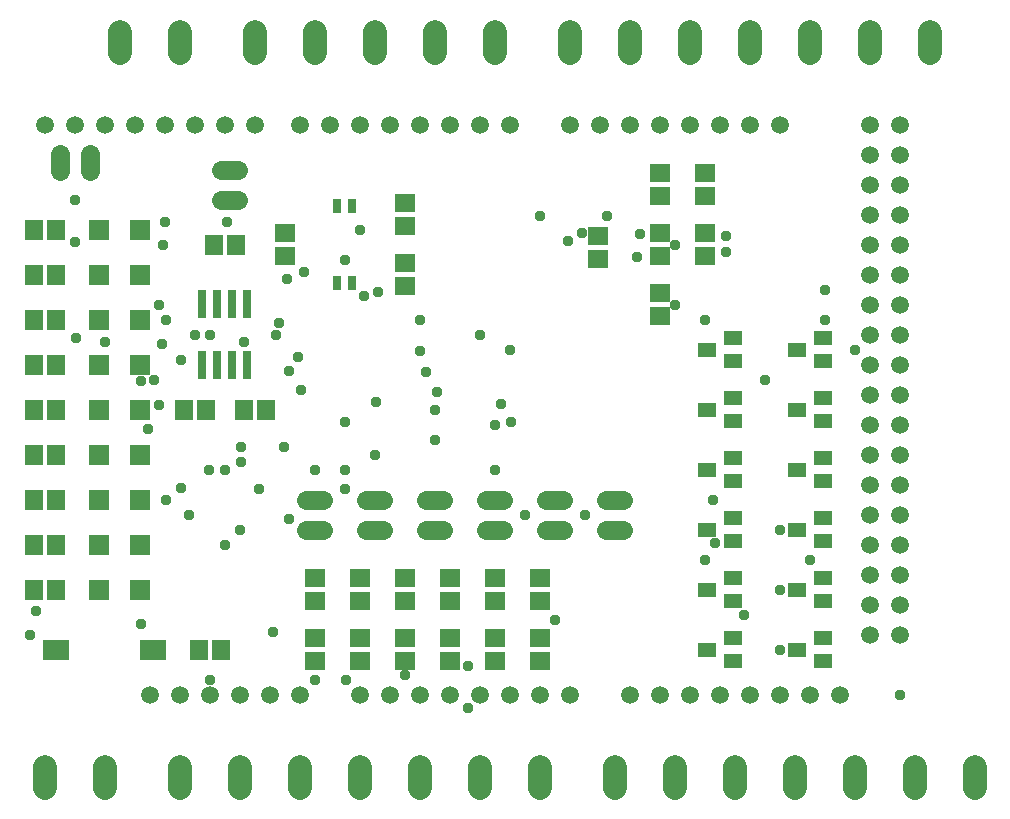
<source format=gbr>
G04 EAGLE Gerber RS-274X export*
G75*
%MOMM*%
%FSLAX34Y34*%
%LPD*%
%INSoldermask Top*%
%IPPOS*%
%AMOC8*
5,1,8,0,0,1.08239X$1,22.5*%
G01*
%ADD10R,1.503200X1.703200*%
%ADD11R,0.803200X2.403200*%
%ADD12R,1.703200X1.703200*%
%ADD13R,1.703200X1.503200*%
%ADD14C,1.511200*%
%ADD15C,1.993900*%
%ADD16R,0.703200X1.203200*%
%ADD17C,1.625600*%
%ADD18R,1.603200X1.203200*%
%ADD19R,2.203200X1.703200*%
%ADD20C,0.959600*%


D10*
X562000Y546100D03*
X581000Y546100D03*
D11*
X539750Y583600D03*
X539750Y635600D03*
X527050Y583600D03*
X552450Y583600D03*
X565150Y583600D03*
X527050Y635600D03*
X552450Y635600D03*
X565150Y635600D03*
D12*
X439700Y698500D03*
X474700Y698500D03*
X439700Y660400D03*
X474700Y660400D03*
X439700Y622300D03*
X474700Y622300D03*
X439700Y584200D03*
X474700Y584200D03*
X439700Y546100D03*
X474700Y546100D03*
X439700Y508000D03*
X474700Y508000D03*
X439700Y393700D03*
X474700Y393700D03*
D10*
X384200Y698500D03*
X403200Y698500D03*
D13*
X622300Y384200D03*
X622300Y403200D03*
X660400Y384200D03*
X660400Y403200D03*
X698500Y384200D03*
X698500Y403200D03*
X736600Y384200D03*
X736600Y403200D03*
X774700Y384200D03*
X774700Y403200D03*
X812800Y384200D03*
X812800Y403200D03*
X812800Y352400D03*
X812800Y333400D03*
X774700Y352400D03*
X774700Y333400D03*
X736600Y352400D03*
X736600Y333400D03*
X698500Y352400D03*
X698500Y333400D03*
D10*
X384200Y660400D03*
X403200Y660400D03*
D13*
X660400Y352400D03*
X660400Y333400D03*
X622300Y352400D03*
X622300Y333400D03*
D10*
X384200Y622300D03*
X403200Y622300D03*
X384200Y584200D03*
X403200Y584200D03*
X384200Y546100D03*
X403200Y546100D03*
X384200Y508000D03*
X403200Y508000D03*
X384200Y393700D03*
X403200Y393700D03*
X555600Y685800D03*
X536600Y685800D03*
X511200Y546100D03*
X530200Y546100D03*
D14*
X393700Y787400D03*
X419100Y787400D03*
X444500Y787400D03*
X469900Y787400D03*
X495300Y787400D03*
X520700Y787400D03*
X546100Y787400D03*
X571500Y787400D03*
X609600Y787400D03*
X635000Y787400D03*
X660400Y787400D03*
X685800Y787400D03*
X711200Y787400D03*
X736600Y787400D03*
X762000Y787400D03*
X787400Y787400D03*
X838200Y787400D03*
X863600Y787400D03*
X889000Y787400D03*
X914400Y787400D03*
X939800Y787400D03*
X965200Y787400D03*
X990600Y787400D03*
X1016000Y787400D03*
X1092200Y787400D03*
X1092200Y762000D03*
X1092200Y736600D03*
X1092200Y711200D03*
X1092200Y685800D03*
X1092200Y660400D03*
X1092200Y635000D03*
X1092200Y609600D03*
X1092200Y584200D03*
X1092200Y558800D03*
X1092200Y533400D03*
X1092200Y508000D03*
X1092200Y482600D03*
X1092200Y457200D03*
X1092200Y431800D03*
X1092200Y406400D03*
X1092200Y381000D03*
X1092200Y355600D03*
X1117600Y355600D03*
X1117600Y381000D03*
X1117600Y406400D03*
X1117600Y431800D03*
X1117600Y457200D03*
X1117600Y482600D03*
X1117600Y508000D03*
X1117600Y533400D03*
X1117600Y558800D03*
X1117600Y584200D03*
X1117600Y609600D03*
X1117600Y635000D03*
X1117600Y660400D03*
X1117600Y685800D03*
X1117600Y711200D03*
X1117600Y736600D03*
X1117600Y762000D03*
X1117600Y787400D03*
X1066800Y304800D03*
X1041400Y304800D03*
X1016000Y304800D03*
X990600Y304800D03*
X965200Y304800D03*
X939800Y304800D03*
X914400Y304800D03*
X889000Y304800D03*
X838200Y304800D03*
X812800Y304800D03*
X787400Y304800D03*
X762000Y304800D03*
X736600Y304800D03*
X711200Y304800D03*
X685800Y304800D03*
X660400Y304800D03*
X609600Y304800D03*
X584200Y304800D03*
X558800Y304800D03*
X533400Y304800D03*
X508000Y304800D03*
X482600Y304800D03*
D15*
X393700Y243904D02*
X393700Y225997D01*
X444500Y225997D02*
X444500Y243904D01*
X508000Y848297D02*
X508000Y866204D01*
X457200Y866204D02*
X457200Y848297D01*
D16*
X654050Y718200D03*
X641350Y718200D03*
X641350Y653400D03*
X654050Y653400D03*
D13*
X596900Y676300D03*
X596900Y695300D03*
X698500Y669900D03*
X698500Y650900D03*
D12*
X439700Y469900D03*
X474700Y469900D03*
X439700Y431800D03*
X474700Y431800D03*
D10*
X384200Y469900D03*
X403200Y469900D03*
X384200Y431800D03*
X403200Y431800D03*
D15*
X774700Y848297D02*
X774700Y866204D01*
X723900Y866204D02*
X723900Y848297D01*
X673100Y848297D02*
X673100Y866204D01*
X622300Y866204D02*
X622300Y848297D01*
X571500Y848297D02*
X571500Y866204D01*
D17*
X615188Y469900D02*
X629412Y469900D01*
X629412Y444500D02*
X615188Y444500D01*
X665988Y469900D02*
X680212Y469900D01*
X680212Y444500D02*
X665988Y444500D01*
X716788Y469900D02*
X731012Y469900D01*
X731012Y444500D02*
X716788Y444500D01*
X767588Y469900D02*
X781812Y469900D01*
X781812Y444500D02*
X767588Y444500D01*
X818388Y469900D02*
X832612Y469900D01*
X832612Y444500D02*
X818388Y444500D01*
X869188Y469900D02*
X883412Y469900D01*
X883412Y444500D02*
X869188Y444500D01*
D18*
X1030400Y342900D03*
X1052400Y352400D03*
X1052400Y333400D03*
X954200Y342900D03*
X976200Y352400D03*
X976200Y333400D03*
X1030400Y444500D03*
X1052400Y454000D03*
X1052400Y435000D03*
X1030400Y495300D03*
X1052400Y504800D03*
X1052400Y485800D03*
X1030400Y546100D03*
X1052400Y555600D03*
X1052400Y536600D03*
X1030400Y596900D03*
X1052400Y606400D03*
X1052400Y587400D03*
X1030400Y393700D03*
X1052400Y403200D03*
X1052400Y384200D03*
X954200Y393700D03*
X976200Y403200D03*
X976200Y384200D03*
X954200Y444500D03*
X976200Y454000D03*
X976200Y435000D03*
X954200Y495300D03*
X976200Y504800D03*
X976200Y485800D03*
X954200Y546100D03*
X976200Y555600D03*
X976200Y536600D03*
X954200Y596900D03*
X976200Y606400D03*
X976200Y587400D03*
D13*
X914400Y727100D03*
X914400Y746100D03*
X952500Y727100D03*
X952500Y746100D03*
X914400Y676300D03*
X914400Y695300D03*
X914400Y625500D03*
X914400Y644500D03*
X952500Y695300D03*
X952500Y676300D03*
D15*
X508000Y243904D02*
X508000Y225997D01*
X558800Y225997D02*
X558800Y243904D01*
X609600Y243904D02*
X609600Y225997D01*
X660400Y225997D02*
X660400Y243904D01*
X711200Y243904D02*
X711200Y225997D01*
X762000Y225997D02*
X762000Y243904D01*
X812800Y243904D02*
X812800Y225997D01*
X876300Y225997D02*
X876300Y243904D01*
X927100Y243904D02*
X927100Y225997D01*
X977900Y225997D02*
X977900Y243904D01*
X1028700Y243904D02*
X1028700Y225997D01*
X1079500Y225997D02*
X1079500Y243904D01*
X1130300Y243904D02*
X1130300Y225997D01*
X1181100Y225997D02*
X1181100Y243904D01*
X1143000Y848297D02*
X1143000Y866204D01*
X1092200Y866204D02*
X1092200Y848297D01*
X1041400Y848297D02*
X1041400Y866204D01*
X990600Y866204D02*
X990600Y848297D01*
X939800Y848297D02*
X939800Y866204D01*
X889000Y866204D02*
X889000Y848297D01*
X838200Y848297D02*
X838200Y866204D01*
D17*
X557022Y749300D02*
X542798Y749300D01*
X542798Y723900D02*
X557022Y723900D01*
D13*
X698500Y720700D03*
X698500Y701700D03*
D17*
X406400Y748538D02*
X406400Y762762D01*
X431800Y762762D02*
X431800Y748538D01*
D10*
X542900Y342900D03*
X523900Y342900D03*
D19*
X485500Y342900D03*
X403500Y342900D03*
D13*
X862330Y692760D03*
X862330Y673760D03*
D20*
X608330Y590550D03*
X589280Y609600D03*
X711200Y622300D03*
X762000Y609600D03*
X575310Y478790D03*
X648970Y317500D03*
X622300Y317500D03*
X698500Y321310D03*
X970280Y693420D03*
X970280Y679450D03*
X520700Y609600D03*
X610870Y562610D03*
X751840Y328930D03*
X751840Y293370D03*
X1117600Y304800D03*
X381000Y355600D03*
X386080Y375920D03*
X419100Y688340D03*
X419100Y723900D03*
X586740Y358140D03*
X825500Y368300D03*
X927100Y635000D03*
X897890Y694690D03*
X711200Y595630D03*
X494030Y685800D03*
X509270Y588010D03*
X515620Y457200D03*
X600710Y453390D03*
X533400Y317500D03*
X600710Y579120D03*
X492760Y601980D03*
X444500Y603250D03*
X774700Y533400D03*
X774700Y495300D03*
X647700Y495300D03*
X647700Y535940D03*
X647700Y478790D03*
X837084Y688494D03*
X723900Y546100D03*
X533400Y609600D03*
X490220Y635000D03*
X560070Y514350D03*
X474980Y570230D03*
X481330Y529590D03*
X490220Y549910D03*
X496288Y469900D03*
X474980Y364490D03*
X496288Y622300D03*
X546100Y431800D03*
X622300Y495300D03*
X595912Y514350D03*
X532412Y495300D03*
X546100Y495300D03*
X560070Y501650D03*
X1016000Y342900D03*
X647700Y673100D03*
X558800Y444500D03*
X613475Y663005D03*
X952500Y419100D03*
X1041400Y419100D03*
X1016000Y444500D03*
X673100Y508000D03*
X726132Y561032D03*
X1079500Y596900D03*
X1054100Y647700D03*
X927100Y685800D03*
X895350Y675640D03*
X812800Y709930D03*
X674370Y552450D03*
X675486Y645314D03*
X869950Y709930D03*
X848360Y695960D03*
X598498Y657140D03*
X660400Y698500D03*
X787400Y596900D03*
X788670Y535940D03*
X723900Y520700D03*
X664210Y642620D03*
X779780Y551180D03*
X716280Y577850D03*
X952500Y622300D03*
X1016000Y393700D03*
X985520Y372110D03*
X961390Y433070D03*
X959132Y469900D03*
X1054100Y622300D03*
X1003300Y571500D03*
X509270Y480060D03*
X485789Y570879D03*
X562610Y603250D03*
X592300Y619760D03*
X420370Y607060D03*
X800100Y457200D03*
X850900Y457200D03*
X548076Y705132D03*
X495300Y704568D03*
M02*

</source>
